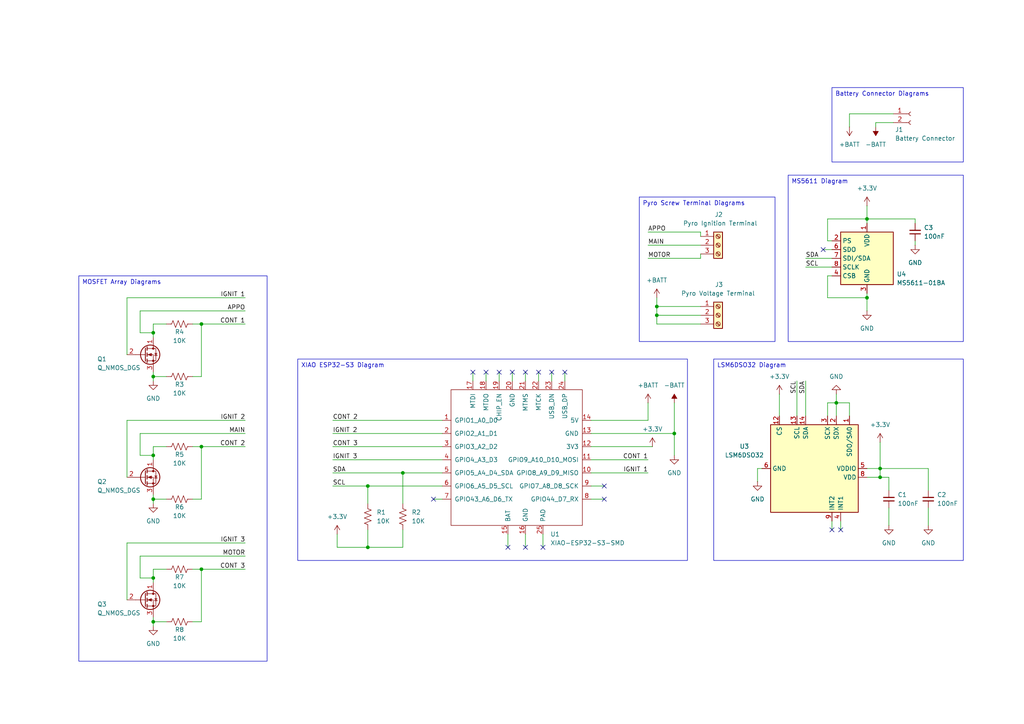
<source format=kicad_sch>
(kicad_sch (version 20250114) (generator "eeschema") (generator_version "9.0")
  (paper "A4")
  (title_block (title "Custom Avionics (All Layers)") (date "2026-02-09") (rev "NC") (company "UC Rocketry Club"))
  (lib_symbols
    (symbol "Connector:Conn_01x02_Socket" (pin_names (offset 1.016) (hide yes))
      (property "Reference" "J" (at 0 2.54 0))
      (property "Value" "Conn_01x02_Socket" (at 0 -5.08 0))
      (symbol "Conn_01x02_Socket_1_1"
        (polyline (pts (xy -1.27 0) (xy -0.508 0)) (stroke (width 0.1524)))
        (polyline (pts (xy -1.27 -2.54) (xy -0.508 -2.54)) (stroke (width 0.1524)))
        (arc (start 0 -0.508) (mid -0.5058 0) (end 0 0.508) (stroke (width 0.1524)))
        (arc (start 0 -3.048) (mid -0.5058 -2.54) (end 0 -2.032) (stroke (width 0.1524)))
        (pin passive line (at -5.08 0 0) (length 3.81) (name "Pin_1") (number "1"))
        (pin passive line (at -5.08 -2.54 0) (length 3.81) (name "Pin_2") (number "2"))
      )
    )
    (symbol "Connector:Screw_Terminal_01x03" (pin_names (offset 1.016) (hide yes))
      (property "Reference" "J" (at 0 5.08 0))
      (property "Value" "Screw_Terminal_01x03" (at 0 -5.08 0))
      (symbol "Screw_Terminal_01x03_1_1"
        (rectangle (start -1.27 3.81) (end 1.27 -3.81) (stroke (width 0.254)) (fill (type background)))
        (polyline (pts (xy -0.5334 2.8702) (xy 0.3302 2.032)) (stroke (width 0.1524)))
        (polyline (pts (xy -0.5334 0.3302) (xy 0.3302 -0.508)) (stroke (width 0.1524)))
        (polyline (pts (xy -0.5334 -2.2098) (xy 0.3302 -3.048)) (stroke (width 0.1524)))
        (polyline (pts (xy -0.3556 3.048) (xy 0.508 2.2098)) (stroke (width 0.1524)))
        (polyline (pts (xy -0.3556 0.508) (xy 0.508 -0.3302)) (stroke (width 0.1524)))
        (polyline (pts (xy -0.3556 -2.032) (xy 0.508 -2.8702)) (stroke (width 0.1524)))
        (circle (center 0 2.54) (radius 0.635) (stroke (width 0.1524)))
        (circle (center 0 0) (radius 0.635) (stroke (width 0.1524)))
        (circle (center 0 -2.54) (radius 0.635) (stroke (width 0.1524)))
        (pin passive line (at -5.08 2.54 0) (length 3.81) (name "Pin_1") (number "1"))
        (pin passive line (at -5.08 0 0) (length 3.81) (name "Pin_2") (number "2"))
        (pin passive line (at -5.08 -2.54 0) (length 3.81) (name "Pin_3") (number "3"))
      )
    )
    (symbol "Device:C_Small" (pin_numbers (hide yes)) (pin_names (offset 0.254) (hide yes))
      (property "Reference" "C" (at 0.254 1.778 0))
      (property "Value" "C_Small" (at 0.254 -2.032 0))
      (symbol "C_Small_0_1"
        (polyline (pts (xy -1.524 0.508) (xy 1.524 0.508)) (stroke (width 0.3048)))
        (polyline (pts (xy -1.524 -0.508) (xy 1.524 -0.508)) (stroke (width 0.3302)))
      )
      (symbol "C_Small_1_1"
        (pin passive line (at 0 2.54 270) (length 2.032) (name "~") (number "1"))
        (pin passive line (at 0 -2.54 90) (length 2.032) (name "~") (number "2"))
      )
    )
    (symbol "Device:R_US" (pin_numbers (hide yes)) (pin_names (offset 0))
      (property "Reference" "R" (at 2.54 0 90))
      (property "Value" "R_US" (at -2.54 0 90))
      (symbol "R_US_0_1"
        (polyline (pts (xy 0 2.286) (xy 0 2.54)))
        (polyline (pts (xy 0 2.286) (xy 1.016 1.905) (xy 0 1.524) (xy -1.016 1.143) (xy 0 0.762)))
        (polyline (pts (xy 0 0.762) (xy 1.016 0.381) (xy 0 0) (xy -1.016 -0.381) (xy 0 -0.762)))
        (polyline (pts (xy 0 -0.762) (xy 1.016 -1.143) (xy 0 -1.524) (xy -1.016 -1.905) (xy 0 -2.286)))
        (polyline (pts (xy 0 -2.286) (xy 0 -2.54)))
      )
      (symbol "R_US_1_1"
        (pin passive line (at 0 3.81 270) (length 1.27) (name "~") (number "1"))
        (pin passive line (at 0 -3.81 90) (length 1.27) (name "~") (number "2"))
      )
    )
    (symbol "SeeedStudio-XIAO:XIAO-ESP32-S3-SMD" (pin_names (offset 1.016))
      (property "Reference" "U" (at -18.542 23.114 0))
      (property "Value" "XIAO-ESP32-S3-SMD" (at -8.382 21.336 0))
      (symbol "XIAO-ESP32-S3-SMD_0_1"
        (rectangle (start 19.05 -19.05) (end -19.05 20.32))
      )
      (symbol "XIAO-ESP32-S3-SMD_1_1"
        (pin passive line (at -21.59 11.43 0) (length 2.54) (name "GPIO1_A0_D0") (number "1"))
        (pin passive line (at -21.59 7.62 0) (length 2.54) (name "GPIO2_A1_D1") (number "2"))
        (pin passive line (at -21.59 3.81 0) (length 2.54) (name "GPIO3_A2_D2") (number "3"))
        (pin passive line (at -21.59 0 0) (length 2.54) (name "GPIO4_A3_D3") (number "4"))
        (pin passive line (at -21.59 -3.81 0) (length 2.54) (name "GPIO5_A4_D4_SDA") (number "5"))
        (pin passive line (at -21.59 -7.62 0) (length 2.54) (name "GPIO6_A5_D5_SCL") (number "6"))
        (pin passive line (at -21.59 -11.43 0) (length 2.54) (name "GPIO43_A6_D6_TX") (number "7"))
        (pin passive line (at -12.7 22.86 270) (length 2.54) (name "MTDI") (number "17"))
        (pin passive line (at -8.89 22.86 270) (length 2.54) (name "MTDO") (number "18"))
        (pin passive line (at -5.08 22.86 270) (length 2.54) (name "CHIP_EN") (number "19"))
        (pin passive line (at -2.54 -21.59 90) (length 2.54) (name "BAT") (number "15"))
        (pin passive line (at -1.27 22.86 270) (length 2.54) (name "GND") (number "20"))
        (pin passive line (at 2.54 22.86 270) (length 2.54) (name "MTMS") (number "21"))
        (pin passive line (at 2.54 -21.59 90) (length 2.54) (name "GND") (number "16"))
        (pin passive line (at 6.35 22.86 270) (length 2.54) (name "MTCK") (number "22"))
        (pin passive line (at 7.62 -21.59 90) (length 2.54) (name "PAD") (number "25"))
        (pin passive line (at 10.16 22.86 270) (length 2.54) (name "USB_DN") (number "23"))
        (pin passive line (at 13.97 22.86 270) (length 2.54) (name "USB_DP") (number "24"))
        (pin passive line (at 21.59 11.43 180) (length 2.54) (name "5V") (number "14"))
        (pin passive line (at 21.59 7.62 180) (length 2.54) (name "GND") (number "13"))
        (pin passive line (at 21.59 3.81 180) (length 2.54) (name "3V3") (number "12"))
        (pin passive line (at 21.59 0 180) (length 2.54) (name "GPIO9_A10_D10_MOSI") (number "11"))
        (pin passive line (at 21.59 -3.81 180) (length 2.54) (name "GPIO8_A9_D9_MISO") (number "10"))
        (pin passive line (at 21.59 -7.62 180) (length 2.54) (name "GPIO7_A8_D8_SCK") (number "9"))
        (pin passive line (at 21.59 -11.43 180) (length 2.54) (name "GPIO44_D7_RX") (number "8"))
      )
    )
    (symbol "Sensor_Motion:LSM6DS3"
      (property "Reference" "U3" (at -6.4202 -20.32 90))
      (property "Value" "LSM6DSO32" (at -3.8802 -20.32 90))
      (symbol "LSM6DS3_0_1"
        (rectangle (start -12.7 12.7) (end 12.7 -12.7) (stroke (width 0.254)) (fill (type background)))
      )
      (symbol "LSM6DS3_1_1"
        (pin bidirectional line (at -15.24 10.16 0) (length 2.54) (name "SDO/SA0") (number "1"))
        (pin bidirectional line (at -15.24 6.35 0) (length 2.54) (name "SDX") (number "2"))
        (pin input line (at -15.24 3.81 0) (length 2.54) (name "SCX") (number "3"))
        (pin bidirectional line (at -15.24 -2.54 0) (length 2.54) (name "SDA") (number "14"))
        (pin input line (at -15.24 -5.08 0) (length 2.54) (name "SCL") (number "13"))
        (pin input line (at -15.24 -10.16 0) (length 2.54) (name "CS") (number "12"))
        (pin power_in line (at 0 15.24 270) (length 2.54) (name "VDDIO") (number "5"))
        (pin power_in line (at 0 -15.24 90) (length 2.54) (name "GND") (number "6"))
        (pin passive line (at 0 -15.24 90) (length 2.54) (hide yes) (name "GND") (number "7"))
        (pin power_in line (at 2.54 15.24 270) (length 2.54) (name "VDD") (number "8"))
        (pin no_connect line (at 12.7 -2.54 180) (length 3.81) (hide yes) (name "NC") (number "11"))
        (pin no_connect line (at 12.7 -5.08 180) (length 3.81) (hide yes) (name "NC") (number "10"))
        (pin output line (at 15.24 7.62 180) (length 2.54) (name "INT1") (number "4"))
        (pin output line (at 15.24 5.08 180) (length 2.54) (name "INT2") (number "9"))
      )
    )
    (symbol "Sensor_Pressure:MS5611-01BA"
      (property "Reference" "U" (at -6.35 8.89 0))
      (property "Value" "MS5611-01BA" (at 7.62 8.89 0))
      (symbol "MS5611-01BA_0_1"
        (rectangle (start -7.62 7.62) (end 7.62 -7.62) (stroke (width 0.254)) (fill (type background)))
      )
      (symbol "MS5611-01BA_1_1"
        (pin input line (at -10.16 5.08 0) (length 2.54) (name "PS") (number "2"))
        (pin output line (at -10.16 2.54 0) (length 2.54) (name "SDO") (number "6"))
        (pin bidirectional line (at -10.16 0 0) (length 2.54) (name "SDI/SDA") (number "7"))
        (pin input line (at -10.16 -2.54 0) (length 2.54) (name "SCLK") (number "8"))
        (pin input line (at -10.16 -5.08 0) (length 2.54) (name "CSB") (number "4"))
        (pin input line (at -10.16 -5.08 0) (length 2.54) (hide yes) (name "CSB") (number "5"))
        (pin power_in line (at 0 10.16 270) (length 2.54) (name "VDD") (number "1"))
        (pin power_in line (at 0 -10.16 90) (length 2.54) (name "GND") (number "3"))
      )
    )
    (symbol "Transistor_FET:Q_NMOS_DGS" (pin_names (offset 0) (hide yes))
      (property "Reference" "Q" (at 5.08 1.905 0))
      (property "Value" "Q_NMOS_DGS" (at 5.08 0 0))
      (symbol "Q_NMOS_DGS_0_1"
        (polyline (pts (xy 0.254 1.905) (xy 0.254 -1.905)) (stroke (width 0.254)))
        (polyline (pts (xy 0.254 0) (xy -2.54 0)))
        (polyline (pts (xy 0.762 2.286) (xy 0.762 1.27)) (stroke (width 0.254)))
        (polyline (pts (xy 0.762 0.508) (xy 0.762 -0.508)) (stroke (width 0.254)))
        (polyline (pts (xy 0.762 -1.27) (xy 0.762 -2.286)) (stroke (width 0.254)))
        (polyline (pts (xy 0.762 -1.778) (xy 3.302 -1.778) (xy 3.302 1.778) (xy 0.762 1.778)))
        (polyline (pts (xy 1.016 0) (xy 2.032 0.381) (xy 2.032 -0.381) (xy 1.016 0)) (fill (type outline)))
        (circle (center 1.651 0) (radius 2.794) (stroke (width 0.254)))
        (polyline (pts (xy 2.54 2.54) (xy 2.54 1.778)))
        (circle (center 2.54 1.778) (radius 0.254) (fill (type outline)))
        (circle (center 2.54 -1.778) (radius 0.254) (fill (type outline)))
        (polyline (pts (xy 2.54 -2.54) (xy 2.54 0) (xy 0.762 0)))
        (polyline (pts (xy 2.921 0.381) (xy 3.683 0.381)))
        (polyline (pts (xy 3.302 0.381) (xy 2.921 -0.254) (xy 3.683 -0.254) (xy 3.302 0.381)))
      )
      (symbol "Q_NMOS_DGS_1_1"
        (pin input line (at -5.08 0 0) (length 2.54) (name "G") (number "2"))
        (pin passive line (at 2.54 5.08 270) (length 2.54) (name "D") (number "1"))
        (pin passive line (at 2.54 -5.08 90) (length 2.54) (name "S") (number "3"))
      )
    )
    (symbol "power:+3.3V" (power) (pin_numbers (hide yes)) (pin_names (offset 0) (hide yes))
      (property "Value" "+3.3V" (at 0 3.556 0))
      (symbol "+3.3V_0_1"
        (polyline (pts (xy -0.762 1.27) (xy 0 2.54)))
        (polyline (pts (xy 0 2.54) (xy 0.762 1.27)))
        (polyline (pts (xy 0 0) (xy 0 2.54)))
      )
      (symbol "+3.3V_1_1"
        (pin power_in line (at 0 0 90) (length 0) (name "~") (number "1"))
      )
    )
    (symbol "power:+BATT" (power) (pin_numbers (hide yes)) (pin_names (offset 0) (hide yes))
      (property "Value" "+BATT" (at 0 3.556 0))
      (symbol "+BATT_0_1"
        (polyline (pts (xy -0.762 1.27) (xy 0 2.54)))
        (polyline (pts (xy 0 2.54) (xy 0.762 1.27)))
        (polyline (pts (xy 0 0) (xy 0 2.54)))
      )
      (symbol "+BATT_1_1"
        (pin power_in line (at 0 0 90) (length 0) (name "~") (number "1"))
      )
    )
    (symbol "power:-BATT" (power) (pin_numbers (hide yes)) (pin_names (offset 0) (hide yes))
      (property "Value" "-BATT" (at 0 3.556 0))
      (symbol "-BATT_0_1"
        (polyline (pts (xy 0 0) (xy 0 2.54)))
        (polyline (pts (xy 0.762 1.27) (xy -0.762 1.27) (xy 0 2.54) (xy 0.762 1.27)) (fill (type outline)))
      )
      (symbol "-BATT_1_1"
        (pin power_in line (at 0 0 90) (length 0) (name "~") (number "1"))
      )
    )
    (symbol "power:GND" (power) (pin_numbers (hide yes)) (pin_names (offset 0) (hide yes))
      (property "Value" "GND" (at 0 -3.81 0))
      (symbol "GND_0_1"
        (polyline (pts (xy 0 0) (xy 0 -1.27) (xy 1.27 -1.27) (xy 0 -2.54) (xy -1.27 -1.27) (xy 0 -1.27)))
      )
      (symbol "GND_1_1"
        (pin power_in line (at 0 0 270) (length 0) (name "~") (number "1"))
      )
    )
  )
  (text_box "XIAO ESP32-S3 Diagram" (at 86.36 104.14 0) (size 113.03 58.42) (margins 0.9525 0.9525 0.9525 0.9525) (effects (font (size 1.27 1.27)) (justify left top)))
  (text_box "LSM6DSO32 Diagram" (at 207.01 104.14 0) (size 72.39 58.42) (margins 0.9525 0.9525 0.9525 0.9525) (effects (font (size 1.27 1.27)) (justify left top)))
  (text_box "MS5611 Diagram" (at 228.6 50.8 0) (size 50.8 48.26) (margins 0.9525 0.9525 0.9525 0.9525) (effects (font (size 1.27 1.27)) (justify left top)))
  (text_box "Battery Connector Diagrams" (at 241.3 25.4 0) (size 38.1 21.59) (margins 0.9525 0.9525 0.9525 0.9525) (effects (font (size 1.27 1.27)) (justify left top)))
  (text_box "MOSFET Array Diagrams" (at 22.86 80.01 0) (size 54.61 111.76) (margins 0.9525 0.9525 0.9525 0.9525) (effects (font (size 1.27 1.27)) (justify left top)))
  (text_box "Pyro Screw Terminal Diagrams" (at 185.42 57.15 0) (size 39.37 41.91) (margins 0.9525 0.9525 0.9525 0.9525) (effects (font (size 1.27 1.27)) (justify left top)))
  (junction (at 255.27 135.89))
  (junction (at 44.45 109.22))
  (junction (at 44.45 144.78))
  (junction (at 58.42 165.1))
  (junction (at 58.42 129.54))
  (junction (at 116.84 137.16))
  (junction (at 190.5 88.9))
  (junction (at 190.5 91.44))
  (junction (at 251.46 63.5))
  (junction (at 106.68 158.75))
  (junction (at 44.45 180.34))
  (junction (at 242.57 116.84))
  (junction (at 106.68 140.97))
  (junction (at 58.42 93.98))
  (junction (at 255.27 138.43))
  (junction (at 44.45 96.52))
  (junction (at 251.46 86.36))
  (junction (at 44.45 132.08))
  (junction (at 44.45 167.64))
  (junction (at 195.58 125.73))
  (no_connect (at 175.26 140.97))
  (no_connect (at 156.21 107.95))
  (no_connect (at 147.32 158.75))
  (no_connect (at 160.02 107.95))
  (no_connect (at 152.4 158.75))
  (no_connect (at 144.78 107.95))
  (no_connect (at 137.16 107.95))
  (no_connect (at 163.83 107.95))
  (no_connect (at 241.3 153.67))
  (no_connect (at 148.59 107.95))
  (no_connect (at 157.48 158.75))
  (no_connect (at 152.4 107.95))
  (no_connect (at 243.84 153.67))
  (no_connect (at 140.97 107.95))
  (no_connect (at 238.76 72.39))
  (no_connect (at 125.73 144.78))
  (no_connect (at 175.26 144.78))
  (wire (pts (xy 171.45 125.73) (xy 195.58 125.73)))
  (wire (pts (xy 241.3 80.01) (xy 240.03 80.01)))
  (wire (pts (xy 203.2 93.98) (xy 190.5 93.98)))
  (wire (pts (xy 157.48 154.94) (xy 157.48 158.75)))
  (wire (pts (xy 265.43 69.85) (xy 265.43 71.12)))
  (wire (pts (xy 140.97 107.95) (xy 140.97 110.49)))
  (wire (pts (xy 44.45 143.51) (xy 44.45 144.78)))
  (wire (pts (xy 195.58 116.84) (xy 195.58 125.73)))
  (wire (pts (xy 241.3 69.85) (xy 240.03 69.85)))
  (wire (pts (xy 40.64 90.17) (xy 71.12 90.17)))
  (wire (pts (xy 171.45 144.78) (xy 175.26 144.78)))
  (wire (pts (xy 96.52 137.16) (xy 116.84 137.16)))
  (wire (pts (xy 106.68 158.75) (xy 116.84 158.75)))
  (wire (pts (xy 55.88 129.54) (xy 58.42 129.54)))
  (wire (pts (xy 160.02 107.95) (xy 160.02 110.49)))
  (wire (pts (xy 40.64 90.17) (xy 40.64 96.52)))
  (wire (pts (xy 55.88 144.78) (xy 58.42 144.78)))
  (wire (pts (xy 36.83 86.36) (xy 71.12 86.36)))
  (wire (pts (xy 55.88 180.34) (xy 58.42 180.34)))
  (wire (pts (xy 190.5 91.44) (xy 190.5 88.9)))
  (wire (pts (xy 187.96 74.93) (xy 203.2 74.93)))
  (wire (pts (xy 240.03 120.65) (xy 240.03 116.84)))
  (wire (pts (xy 44.45 165.1) (xy 48.26 165.1)))
  (wire (pts (xy 241.3 151.13) (xy 241.3 153.67)))
  (wire (pts (xy 44.45 109.22) (xy 44.45 110.49)))
  (wire (pts (xy 36.83 86.36) (xy 36.83 102.87)))
  (wire (pts (xy 231.14 110.49) (xy 231.14 120.65)))
  (wire (pts (xy 242.57 120.65) (xy 242.57 116.84)))
  (wire (pts (xy 246.38 120.65) (xy 246.38 116.84)))
  (wire (pts (xy 251.46 135.89) (xy 255.27 135.89)))
  (wire (pts (xy 40.64 132.08) (xy 44.45 132.08)))
  (wire (pts (xy 171.45 133.35) (xy 187.96 133.35)))
  (wire (pts (xy 106.68 140.97) (xy 106.68 146.05)))
  (wire (pts (xy 255.27 135.89) (xy 269.24 135.89)))
  (wire (pts (xy 96.52 121.92) (xy 128.27 121.92)))
  (wire (pts (xy 265.43 64.77) (xy 265.43 63.5)))
  (wire (pts (xy 44.45 180.34) (xy 44.45 181.61)))
  (wire (pts (xy 240.03 116.84) (xy 242.57 116.84)))
  (wire (pts (xy 58.42 93.98) (xy 71.12 93.98)))
  (wire (pts (xy 44.45 132.08) (xy 44.45 129.54)))
  (wire (pts (xy 106.68 140.97) (xy 128.27 140.97)))
  (wire (pts (xy 96.52 129.54) (xy 128.27 129.54)))
  (wire (pts (xy 96.52 133.35) (xy 128.27 133.35)))
  (wire (pts (xy 44.45 96.52) (xy 40.64 96.52)))
  (wire (pts (xy 55.88 109.22) (xy 58.42 109.22)))
  (wire (pts (xy 36.83 121.92) (xy 36.83 138.43)))
  (wire (pts (xy 240.03 80.01) (xy 240.03 86.36)))
  (wire (pts (xy 203.2 88.9) (xy 190.5 88.9)))
  (wire (pts (xy 116.84 137.16) (xy 128.27 137.16)))
  (wire (pts (xy 255.27 138.43) (xy 257.81 138.43)))
  (wire (pts (xy 187.96 71.12) (xy 203.2 71.12)))
  (wire (pts (xy 44.45 109.22) (xy 48.26 109.22)))
  (wire (pts (xy 240.03 69.85) (xy 240.03 63.5)))
  (wire (pts (xy 44.45 107.95) (xy 44.45 109.22)))
  (wire (pts (xy 190.5 93.98) (xy 190.5 91.44)))
  (wire (pts (xy 147.32 154.94) (xy 147.32 158.75)))
  (wire (pts (xy 125.73 144.78) (xy 128.27 144.78)))
  (wire (pts (xy 195.58 125.73) (xy 195.58 132.08)))
  (wire (pts (xy 137.16 107.95) (xy 137.16 110.49)))
  (wire (pts (xy 203.2 91.44) (xy 190.5 91.44)))
  (wire (pts (xy 251.46 59.69) (xy 251.46 63.5)))
  (wire (pts (xy 233.68 74.93) (xy 241.3 74.93)))
  (wire (pts (xy 187.96 121.92) (xy 171.45 121.92)))
  (wire (pts (xy 44.45 180.34) (xy 48.26 180.34)))
  (wire (pts (xy 163.83 107.95) (xy 163.83 110.49)))
  (wire (pts (xy 152.4 107.95) (xy 152.4 110.49)))
  (wire (pts (xy 116.84 158.75) (xy 116.84 153.67)))
  (wire (pts (xy 269.24 152.4) (xy 269.24 147.32)))
  (wire (pts (xy 171.45 137.16) (xy 187.96 137.16)))
  (wire (pts (xy 116.84 137.16) (xy 116.84 146.05)))
  (wire (pts (xy 44.45 168.91) (xy 44.45 167.64)))
  (wire (pts (xy 148.59 107.95) (xy 148.59 110.49)))
  (wire (pts (xy 171.45 140.97) (xy 175.26 140.97)))
  (wire (pts (xy 203.2 68.58) (xy 203.2 67.31)))
  (wire (pts (xy 187.96 67.31) (xy 203.2 67.31)))
  (wire (pts (xy 97.79 158.75) (xy 106.68 158.75)))
  (wire (pts (xy 40.64 161.29) (xy 71.12 161.29)))
  (wire (pts (xy 96.52 140.97) (xy 106.68 140.97)))
  (wire (pts (xy 36.83 121.92) (xy 71.12 121.92)))
  (wire (pts (xy 58.42 129.54) (xy 71.12 129.54)))
  (wire (pts (xy 233.68 77.47) (xy 241.3 77.47)))
  (wire (pts (xy 240.03 63.5) (xy 251.46 63.5)))
  (wire (pts (xy 257.81 152.4) (xy 257.81 147.32)))
  (wire (pts (xy 97.79 158.75) (xy 97.79 154.94)))
  (wire (pts (xy 251.46 85.09) (xy 251.46 86.36)))
  (wire (pts (xy 36.83 157.48) (xy 36.83 173.99)))
  (wire (pts (xy 269.24 135.89) (xy 269.24 142.24)))
  (wire (pts (xy 44.45 129.54) (xy 48.26 129.54)))
  (wire (pts (xy 106.68 153.67) (xy 106.68 158.75)))
  (wire (pts (xy 144.78 107.95) (xy 144.78 110.49)))
  (wire (pts (xy 44.45 167.64) (xy 44.45 165.1)))
  (wire (pts (xy 257.81 138.43) (xy 257.81 142.24)))
  (wire (pts (xy 58.42 109.22) (xy 58.42 93.98)))
  (wire (pts (xy 96.52 125.73) (xy 128.27 125.73)))
  (wire (pts (xy 265.43 63.5) (xy 251.46 63.5)))
  (wire (pts (xy 233.68 110.49) (xy 233.68 120.65)))
  (wire (pts (xy 156.21 107.95) (xy 156.21 110.49)))
  (wire (pts (xy 255.27 135.89) (xy 255.27 138.43)))
  (wire (pts (xy 44.45 144.78) (xy 48.26 144.78)))
  (wire (pts (xy 219.71 135.89) (xy 219.71 139.7)))
  (wire (pts (xy 242.57 116.84) (xy 246.38 116.84)))
  (wire (pts (xy 44.45 133.35) (xy 44.45 132.08)))
  (wire (pts (xy 171.45 129.54) (xy 189.23 129.54)))
  (wire (pts (xy 242.57 114.3) (xy 242.57 116.84)))
  (wire (pts (xy 44.45 97.79) (xy 44.45 96.52)))
  (wire (pts (xy 44.45 96.52) (xy 44.45 93.98)))
  (wire (pts (xy 40.64 125.73) (xy 71.12 125.73)))
  (wire (pts (xy 251.46 63.5) (xy 251.46 64.77)))
  (wire (pts (xy 220.98 135.89) (xy 219.71 135.89)))
  (wire (pts (xy 240.03 86.36) (xy 251.46 86.36)))
  (wire (pts (xy 44.45 167.64) (xy 40.64 167.64)))
  (wire (pts (xy 44.45 144.78) (xy 44.45 146.05)))
  (wire (pts (xy 251.46 86.36) (xy 251.46 90.17)))
  (wire (pts (xy 251.46 138.43) (xy 255.27 138.43)))
  (wire (pts (xy 259.08 35.56) (xy 254 35.56)))
  (wire (pts (xy 243.84 151.13) (xy 243.84 153.67)))
  (wire (pts (xy 203.2 73.66) (xy 203.2 74.93)))
  (wire (pts (xy 58.42 180.34) (xy 58.42 165.1)))
  (wire (pts (xy 40.64 167.64) (xy 40.64 161.29)))
  (wire (pts (xy 40.64 132.08) (xy 40.64 125.73)))
  (wire (pts (xy 44.45 180.34) (xy 44.45 179.07)))
  (wire (pts (xy 226.06 114.3) (xy 226.06 120.65)))
  (wire (pts (xy 187.96 116.84) (xy 187.96 121.92)))
  (wire (pts (xy 36.83 157.48) (xy 71.12 157.48)))
  (wire (pts (xy 58.42 144.78) (xy 58.42 129.54)))
  (wire (pts (xy 190.5 86.36) (xy 190.5 88.9)))
  (wire (pts (xy 55.88 93.98) (xy 58.42 93.98)))
  (wire (pts (xy 55.88 165.1) (xy 58.42 165.1)))
  (wire (pts (xy 58.42 165.1) (xy 71.12 165.1)))
  (wire (pts (xy 246.38 33.02) (xy 259.08 33.02)))
  (wire (pts (xy 238.76 72.39) (xy 241.3 72.39)))
  (wire (pts (xy 255.27 128.27) (xy 255.27 135.89)))
  (wire (pts (xy 246.38 33.02) (xy 246.38 36.83)))
  (wire (pts (xy 152.4 154.94) (xy 152.4 158.75)))
  (wire (pts (xy 254 35.56) (xy 254 36.83)))
  (wire (pts (xy 44.45 93.98) (xy 48.26 93.98)))
  (label "SCL" (at 96.52 140.97 0))
  (label "SDA" (at 96.52 137.16 0))
  (label "IGNIT 1" (at 187.96 137.16 180))
  (label "APPO" (at 71.12 90.17 180))
  (label "CONT 1" (at 71.12 93.98 180))
  (label "MOTOR" (at 71.12 161.29 180))
  (label "IGNIT 2" (at 96.52 125.73 0))
  (label "CONT 1" (at 187.96 133.35 180))
  (label "IGNIT 3" (at 96.52 133.35 0))
  (label "CONT 3" (at 96.52 129.54 0))
  (label "MOTOR" (at 187.96 74.93 0))
  (label "MAIN" (at 187.96 71.12 0))
  (label "IGNIT 1" (at 71.12 86.36 180))
  (label "CONT 2" (at 96.52 121.92 0))
  (label "APPO" (at 187.96 67.31 0))
  (label "SDA" (at 233.68 110.49 270))
  (label "MAIN" (at 71.12 125.73 180))
  (label "SCL" (at 233.68 77.47 0))
  (label "SCL" (at 231.14 110.49 270))
  (label "CONT 2" (at 71.12 129.54 180))
  (label "IGNIT 3" (at 71.12 157.48 180))
  (label "SDA" (at 233.68 74.93 0))
  (label "IGNIT 2" (at 71.12 121.92 180))
  (label "CONT 3" (at 71.12 165.1 180))
  (symbol (lib_id "power:GND") (at 219.71 139.7 0) (unit 1)
    (property "Reference" "#PWR01" (effects (hide yes)))
    (property "Value" "GND" (at 219.71 144.78 0))
    (property "Description" "Power symbol creates a global label with name \"GND\" , ground" (effects (hide yes)))
  )
  (symbol (lib_id "power:GND") (at 44.45 110.49 0) (unit 1)
    (property "Reference" "#PWR02" (effects (hide yes)))
    (property "Value" "GND" (at 44.45 115.57 0))
    (property "Description" "Power symbol creates a global label with name \"GND\" , ground" (effects (hide yes)))
  )
  (symbol (lib_id "Connector:Screw_Terminal_01x03") (at 208.28 71.12 0) (unit 1)
    (property "Reference" "J2" (at 207.264 62.23 0) (effects (justify left)))
    (property "Value" "Pyro Ignition Terminal" (at 198.12 64.77 0) (effects (justify left)))
    (property "Footprint" "TerminalBlock_Phoenix:TerminalBlock_Phoenix_MPT-0,5-3-2.54_1x03_P2.54mm_Horizontal" (effects (hide yes)))
    (property "Description" "Generic screw terminal, single row, 01x03, script generated (kicad-library-utils/schlib/autogen/connector/)" (effects (hide yes)))
  )
  (symbol (lib_id "Device:R_US") (at 52.07 93.98 270) (unit 1)
    (property "Reference" "R4" (at 52.07 96.266 90))
    (property "Value" "10K" (at 52.07 98.806 90))
    (property "Footprint" "Resistor_SMD:R_0805_2012Metric" (effects (hide yes)))
    (property "Description" "Resistor, US symbol" (effects (hide yes)))
  )
  (symbol (lib_id "power:+BATT") (at 246.38 36.83 180) (unit 1)
    (property "Reference" "#PWR014" (effects (hide yes)))
    (property "Value" "+BATT" (at 246.38 41.91 0))
    (property "Description" "Power symbol creates a global label with name \"+BATT\"" (effects (hide yes)))
  )
  (symbol (lib_id "power:-BATT") (at 254 36.83 180) (unit 1)
    (property "Reference" "#PWR017" (effects (hide yes)))
    (property "Value" "-BATT" (at 254 41.91 0))
    (property "Description" "Power symbol creates a global label with name \"-BATT\"" (effects (hide yes)))
  )
  (symbol (lib_id "power:+BATT") (at 187.96 116.84 0) (unit 1)
    (property "Reference" "#PWR016" (effects (hide yes)))
    (property "Value" "+BATT" (at 187.96 111.76 0))
    (property "Description" "Power symbol creates a global label with name \"+BATT\"" (effects (hide yes)))
  )
  (symbol (lib_id "power:GND") (at 269.24 152.4 0) (unit 1)
    (property "Reference" "#PWR05" (effects (hide yes)))
    (property "Value" "GND" (at 269.24 157.48 0))
    (property "Description" "Power symbol creates a global label with name \"GND\" , ground" (effects (hide yes)))
  )
  (symbol (lib_id "power:+3.3V") (at 97.79 154.94 0) (unit 1)
    (property "Reference" "#PWR013" (effects (hide yes)))
    (property "Value" "+3.3V" (at 97.79 149.86 0))
    (property "Description" "Power symbol creates a global label with name \"+3.3V\"" (effects (hide yes)))
  )
  (symbol (lib_id "power:GND") (at 265.43 71.12 0) (unit 1)
    (property "Reference" "#PWR07" (effects (hide yes)))
    (property "Value" "GND" (at 265.43 76.2 0))
    (property "Description" "Power symbol creates a global label with name \"GND\" , ground" (effects (hide yes)))
  )
  (symbol (lib_id "power:+3.3V") (at 255.27 128.27 0) (unit 1)
    (property "Reference" "#PWR06" (effects (hide yes)))
    (property "Value" "+3.3V" (at 255.27 123.19 0))
    (property "Description" "Power symbol creates a global label with name \"+3.3V\"" (effects (hide yes)))
  )
  (symbol (lib_id "power:+BATT") (at 190.5 86.36 0) (unit 1)
    (property "Reference" "#PWR020" (effects (hide yes)))
    (property "Value" "+BATT" (at 190.5 81.28 0))
    (property "Description" "Power symbol creates a global label with name \"+BATT\"" (effects (hide yes)))
  )
  (symbol (lib_id "Transistor_FET:Q_NMOS_DGS") (at 41.91 102.87 0) (unit 1)
    (property "Reference" "Q1" (at 28.194 104.14 0) (effects (justify left)))
    (property "Value" "Q_NMOS_DGS" (at 28.194 106.68 0) (effects (justify left)))
    (property "Footprint" "Package_TO_SOT_SMD:TSOT-23" (effects (hide yes)))
    (property "Description" "N-MOSFET transistor, drain/gate/source" (effects (hide yes)))
  )
  (symbol (lib_id "Device:R_US") (at 52.07 144.78 270) (unit 1)
    (property "Reference" "R6" (at 52.07 147.066 90))
    (property "Value" "10K" (at 52.07 149.606 90))
    (property "Footprint" "Resistor_SMD:R_0805_2012Metric" (effects (hide yes)))
    (property "Description" "Resistor, US symbol" (effects (hide yes)))
  )
  (symbol (lib_id "Device:R_US") (at 52.07 109.22 270) (unit 1)
    (property "Reference" "R3" (at 52.07 111.506 90))
    (property "Value" "10K" (at 52.07 114.046 90))
    (property "Footprint" "Resistor_SMD:R_0805_2012Metric" (effects (hide yes)))
    (property "Description" "Resistor, US symbol" (effects (hide yes)))
  )
  (symbol (lib_id "Transistor_FET:Q_NMOS_DGS") (at 41.91 173.99 0) (unit 1)
    (property "Reference" "Q3" (at 28.194 175.26 0) (effects (justify left)))
    (property "Value" "Q_NMOS_DGS" (at 28.194 177.8 0) (effects (justify left)))
    (property "Footprint" "Package_TO_SOT_SMD:TSOT-23" (effects (hide yes)))
    (property "Description" "N-MOSFET transistor, drain/gate/source" (effects (hide yes)))
  )
  (symbol (lib_id "power:GND") (at 44.45 146.05 0) (unit 1)
    (property "Reference" "#PWR018" (effects (hide yes)))
    (property "Value" "GND" (at 44.45 151.13 0))
    (property "Description" "Power symbol creates a global label with name \"GND\" , ground" (effects (hide yes)))
  )
  (symbol (lib_id "Device:R_US") (at 52.07 165.1 270) (unit 1)
    (property "Reference" "R7" (at 52.07 167.386 90))
    (property "Value" "10K" (at 52.07 169.926 90))
    (property "Footprint" "Resistor_SMD:R_0805_2012Metric" (effects (hide yes)))
    (property "Description" "Resistor, US symbol" (effects (hide yes)))
  )
  (symbol (lib_id "Connector:Screw_Terminal_01x03") (at 208.28 91.44 0) (unit 1)
    (property "Reference" "J3" (at 208.534 82.55 0))
    (property "Value" "Pyro Voltage Terminal" (at 208.28 85.09 0))
    (property "Footprint" "TerminalBlock_Phoenix:TerminalBlock_Phoenix_MPT-0,5-3-2.54_1x03_P2.54mm_Horizontal" (effects (hide yes)))
    (property "Description" "Generic screw terminal, single row, 01x03, script generated (kicad-library-utils/schlib/autogen/connector/)" (effects (hide yes)))
  )
  (symbol (lib_id "Device:R_US") (at 106.68 149.86 0) (unit 1)
    (property "Reference" "R1" (at 109.22 148.5899 0) (effects (justify left)))
    (property "Value" "10K" (at 109.22 151.1299 0) (effects (justify left)))
    (property "Footprint" "Resistor_SMD:R_0805_2012Metric" (effects (hide yes)))
    (property "Description" "Resistor, US symbol" (effects (hide yes)))
  )
  (symbol (lib_id "power:+3.3V") (at 226.06 114.3 0) (unit 1)
    (property "Reference" "#PWR09" (effects (hide yes)))
    (property "Value" "+3.3V" (at 226.06 109.22 0))
    (property "Description" "Power symbol creates a global label with name \"+3.3V\"" (effects (hide yes)))
  )
  (symbol (lib_id "Sensor_Pressure:MS5611-01BA") (at 251.46 74.93 0) (unit 1)
    (property "Reference" "U4" (at 260.096 79.502 0) (effects (justify left)))
    (property "Value" "MS5611-01BA" (at 260.096 82.042 0) (effects (justify left)))
    (property "Footprint" "Package_LGA:LGA-8_3x5mm_P1.25mm" (effects (hide yes)))
    (property "Datasheet" "https://www.te.com/commerce/DocumentDelivery/DDEController?Action=srchrtrv&DocNm=MS5611-01BA03&DocType=Data+Sheet&DocLang=English" (effects (hide yes)))
    (property "Description" "Barometric pressure sensor, 10cm resolution, 10 to 1200 mbar, I2C and SPI interface up to 20MHz, LGA-8" (effects (hide yes)))
  )
  (symbol (lib_id "power:-BATT") (at 195.58 116.84 0) (unit 1)
    (property "Reference" "#PWR015" (effects (hide yes)))
    (property "Value" "-BATT" (at 195.58 111.76 0))
    (property "Description" "Power symbol creates a global label with name \"-BATT\"" (effects (hide yes)))
  )
  (symbol (lib_id "power:+3.3V") (at 251.46 59.69 0) (unit 1)
    (property "Reference" "#PWR010" (effects (hide yes)))
    (property "Value" "+3.3V" (at 251.46 54.61 0))
    (property "Description" "Power symbol creates a global label with name \"+3.3V\"" (effects (hide yes)))
  )
  (symbol (lib_id "Device:R_US") (at 52.07 129.54 270) (unit 1)
    (property "Reference" "R5" (at 52.07 131.826 90))
    (property "Value" "10K" (at 52.07 134.366 90))
    (property "Footprint" "Resistor_SMD:R_0805_2012Metric" (effects (hide yes)))
    (property "Description" "Resistor, US symbol" (effects (hide yes)))
  )
  (symbol (lib_id "power:GND") (at 44.45 181.61 0) (unit 1)
    (property "Reference" "#PWR019" (effects (hide yes)))
    (property "Value" "GND" (at 44.45 186.69 0))
    (property "Description" "Power symbol creates a global label with name \"GND\" , ground" (effects (hide yes)))
  )
  (symbol (lib_id "SeeedStudio-XIAO:XIAO-ESP32-S3-SMD") (at 149.86 133.35 0) (unit 1)
    (property "Reference" "U1" (at 159.6233 154.94 0) (effects (justify left)))
    (property "Value" "XIAO-ESP32-S3-SMD" (at 159.6233 157.48 0) (effects (justify left)))
    (property "Footprint" "Seeed Studio XIAO Series Library:XIAO-ESP32S3-DIP" (effects (hide yes)))
  )
  (symbol (lib_id "Device:C_Small") (at 257.81 144.78 180) (unit 1)
    (property "Reference" "C1" (at 260.35 143.5035 0) (effects (justify right)))
    (property "Value" "100nF" (at 260.35 146.0435 0) (effects (justify right)))
    (property "Footprint" "Capacitor_SMD:C_0805_2012Metric" (effects (hide yes)))
    (property "Description" "Unpolarized capacitor, small symbol" (effects (hide yes)))
  )
  (symbol (lib_id "Device:C_Small") (at 265.43 67.31 180) (unit 1)
    (property "Reference" "C3" (at 267.97 66.0335 0) (effects (justify right)))
    (property "Value" "100nF" (at 267.97 68.5735 0) (effects (justify right)))
    (property "Footprint" "Capacitor_SMD:C_0805_2012Metric" (effects (hide yes)))
    (property "Description" "Unpolarized capacitor, small symbol" (effects (hide yes)))
  )
  (symbol (lib_id "Transistor_FET:Q_NMOS_DGS") (at 41.91 138.43 0) (unit 1)
    (property "Reference" "Q2" (at 28.194 139.7 0) (effects (justify left)))
    (property "Value" "Q_NMOS_DGS" (at 28.194 142.24 0) (effects (justify left)))
    (property "Footprint" "Package_TO_SOT_SMD:TSOT-23" (effects (hide yes)))
    (property "Description" "N-MOSFET transistor, drain/gate/source" (effects (hide yes)))
  )
  (symbol (lib_id "power:GND") (at 195.58 132.08 0) (unit 1)
    (property "Reference" "#PWR012" (effects (hide yes)))
    (property "Value" "GND" (at 195.58 137.16 0))
    (property "Description" "Power symbol creates a global label with name \"GND\" , ground" (effects (hide yes)))
  )
  (symbol (lib_id "power:+3.3V") (at 189.23 129.54 0) (unit 1)
    (property "Reference" "#PWR03" (effects (hide yes)))
    (property "Value" "+3.3V" (at 189.23 124.46 0))
    (property "Description" "Power symbol creates a global label with name \"+3.3V\"" (effects (hide yes)))
  )
  (symbol (lib_id "power:GND") (at 242.57 114.3 180) (unit 1)
    (property "Reference" "#PWR08" (effects (hide yes)))
    (property "Value" "GND" (at 242.57 109.22 0))
    (property "Description" "Power symbol creates a global label with name \"GND\" , ground" (effects (hide yes)))
  )
  (symbol (lib_id "Connector:Conn_01x02_Socket") (at 264.16 33.02 0) (unit 1)
    (property "Reference" "J1" (at 259.588 37.592 0) (effects (justify left)))
    (property "Value" "Battery Connector" (at 259.588 40.132 0) (effects (justify left)))
    (property "Footprint" "Connector_JST:JST_PH_B2B-PH-K_1x02_P2.00mm_Vertical" (effects (hide yes)))
    (property "Description" "Generic connector, single row, 01x02, script generated" (effects (hide yes)))
  )
  (symbol (lib_id "Device:C_Small") (at 269.24 144.78 180) (unit 1)
    (property "Reference" "C2" (at 271.78 143.5035 0) (effects (justify right)))
    (property "Value" "100nF" (at 271.78 146.0435 0) (effects (justify right)))
    (property "Footprint" "Capacitor_SMD:C_0805_2012Metric" (effects (hide yes)))
    (property "Description" "Unpolarized capacitor, small symbol" (effects (hide yes)))
  )
  (symbol (lib_id "power:GND") (at 251.46 90.17 0) (unit 1)
    (property "Reference" "#PWR011" (effects (hide yes)))
    (property "Value" "GND" (at 251.46 95.25 0))
    (property "Description" "Power symbol creates a global label with name \"GND\" , ground" (effects (hide yes)))
  )
  (symbol (lib_id "Sensor_Motion:LSM6DS3") (at 236.22 135.89 270) (unit 1)
    (property "Reference" "U3" (at 215.9 129.4698 90))
    (property "Value" "LSM6DSO32" (at 215.9 132.0098 90))
    (property "Footprint" "Package_LGA:LGA-14_3x2.5mm_P0.5mm_LayoutBorder3x4y" (effects (hide yes)))
    (property "Datasheet" "https://www.st.com/resource/en/datasheet/lsm6ds3tr-c.pdf" (effects (hide yes)))
    (property "Description" "I2C/SPI, iNEMO inertial module: always-on 3D accelerometer and 3D gyroscope" (effects (hide yes)))
  )
  (symbol (lib_id "Device:R_US") (at 52.07 180.34 270) (unit 1)
    (property "Reference" "R8" (at 52.07 182.626 90))
    (property "Value" "10K" (at 52.07 185.166 90))
    (property "Footprint" "Resistor_SMD:R_0805_2012Metric" (effects (hide yes)))
    (property "Description" "Resistor, US symbol" (effects (hide yes)))
  )
  (symbol (lib_id "Device:R_US") (at 116.84 149.86 0) (unit 1)
    (property "Reference" "R2" (at 119.38 148.5899 0) (effects (justify left)))
    (property "Value" "10K" (at 119.38 151.1299 0) (effects (justify left)))
    (property "Footprint" "Resistor_SMD:R_0805_2012Metric" (effects (hide yes)))
    (property "Description" "Resistor, US symbol" (effects (hide yes)))
  )
  (symbol (lib_id "power:GND") (at 257.81 152.4 0) (unit 1)
    (property "Reference" "#PWR04" (effects (hide yes)))
    (property "Value" "GND" (at 257.81 157.48 0))
    (property "Description" "Power symbol creates a global label with name \"GND\" , ground" (effects (hide yes)))
  )
)
</source>
